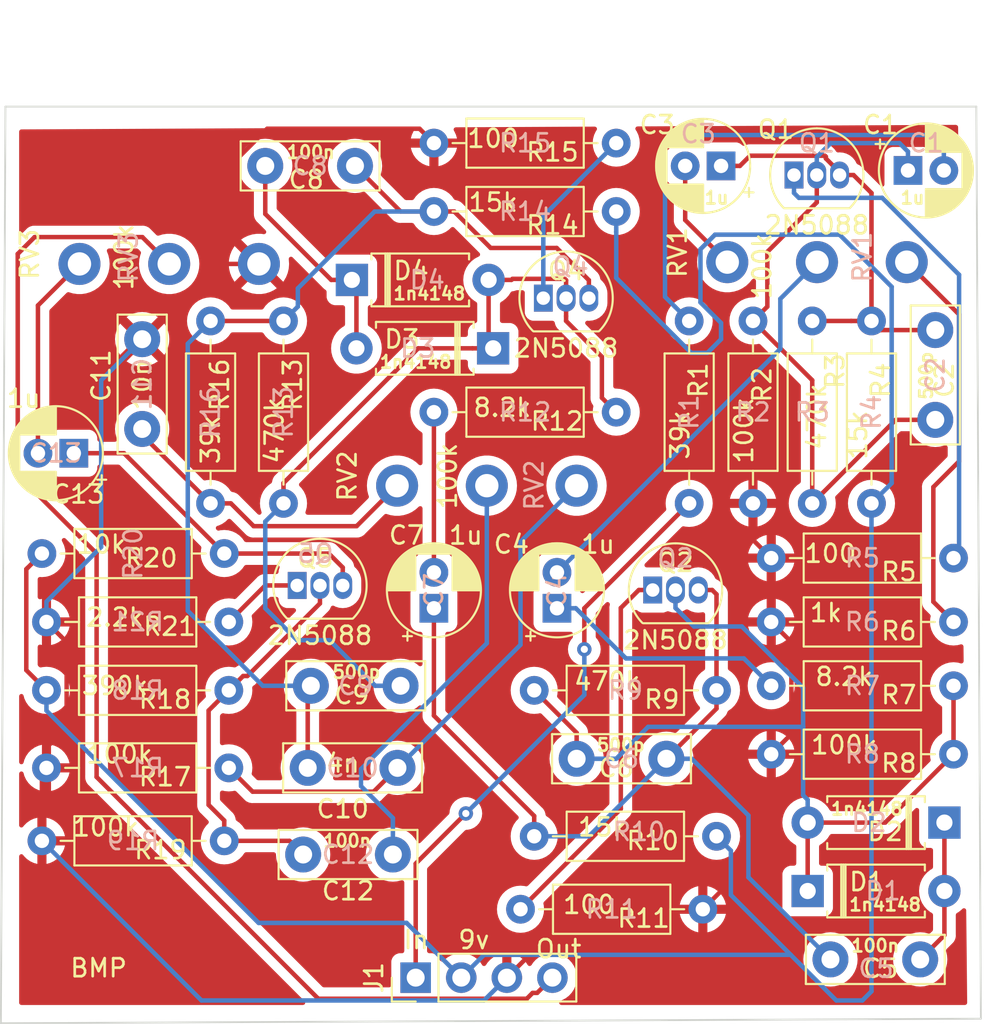
<source format=kicad_pcb>
(kicad_pcb (version 20221018) (generator pcbnew)
  (layers (0 "F.Cu" signal) (31 "B.Cu" signal) (34 "B.Paste" user) (35 "F.Paste" user) (36 "B.SilkS" user "B.Silkscreen") (37 "F.SilkS" user "F.Silkscreen") (38 "B.Mask" user) (39 "F.Mask" user) (44 "Edge.Cuts" user))
  (net 0 "")
  (net 1 "Net-(C1-Pad2)")
  (net 2 "Net-(C1-Pad1)")
  (net 3 "Net-(C2-Pad1)")
  (net 4 "Net-(C3-Pad2)")
  (net 5 "Net-(C4-Pad2)")
  (net 6 "Net-(C4-Pad1)")
  (net 7 "Net-(C5-Pad2)")
  (net 8 "Net-(C5-Pad1)")
  (net 9 "Net-(C6-Pad2)")
  (net 10 "Net-(C7-Pad2)")
  (net 11 "Net-(C8-Pad2)")
  (net 12 "Net-(C10-Pad2)")
  (net 13 "Net-(C9-Pad2)")
  (net 14 "Net-(C10-Pad1)")
  (net 15 "GND")
  (net 16 "Net-(C11-Pad1)")
  (net 17 "Net-(C12-Pad2)")
  (net 18 "Net-(C12-Pad1)")
  (net 19 "Net-(C13-Pad2)")
  (net 20 "Net-(C13-Pad1)")
  (net 21 "OUT")
  (net 22 "+9V")
  (net 23 "IN")
  (net 24 "Net-(Q1-Pad1)")
  (net 25 "Net-(Q2-Pad1)")
  (net 26 "Net-(Q4-Pad1)")
  (net 27 "Net-(Q5-Pad1)")
  (net 28 "Net-(R6-Pad1)")
  (footprint "Capacitor_THT:CP_Radial_D5.0mm_P2.00mm" (layer "F.Cu") (at 150.368 53.594)
    (fp_text reference "C1" (at -1.524 -2.54) (layer "F.SilkS"))
    (fp_text value "1u" (at 0.254 1.524) (layer "F.SilkS") (effects (font (size 0.7 0.7))))
    (fp_text user "${REFERENCE}" (at 1.016 -1.524) (layer "B.SilkS"))
    (pad "1" thru_hole rect (at 0 0) (size 1.6 1.6) (drill 0.8) (layers "*.Cu" "*.Mask") (net 2 "Net-(C1-Pad1)"))
    (pad "2" thru_hole circle (at 2 0) (size 1.6 1.6) (drill 0.8) (layers "*.Cu" "*.Mask") (net 1 "Net-(C1-Pad2)"))
  )
  (footprint "Capacitor_THT:C_Disc_D7.5mm_W2.5mm_P5.00mm" (layer "F.Cu") (at 151.892 62.484 -90)
    (fp_text reference "C2" (at 2.794 -0.508 90) (layer "F.SilkS"))
    (fp_text value "500p" (at 2.54 0.508 90) (layer "F.SilkS") (effects (font (size 0.7 0.7))))
    (fp_text user "${REFERENCE}" (at 2.5 0 -90) (layer "B.SilkS"))
    (pad "1" thru_hole circle (at 0 0 270) (size 2 2) (drill 1) (layers "*.Cu" "*.Mask") (net 3 "Net-(C2-Pad1)"))
    (pad "2" thru_hole circle (at 5 0 270) (size 2 2) (drill 1) (layers "*.Cu" "*.Mask") (net 2 "Net-(C1-Pad1)"))
  )
  (footprint "Capacitor_THT:CP_Radial_D5.0mm_P2.00mm" (layer "F.Cu") (at 139.954 53.34 180)
    (fp_text reference "C3" (at 3.556 2.286) (layer "F.SilkS"))
    (fp_text value "1u" (at 0.254 -1.778) (layer "F.SilkS") (effects (font (size 0.7 0.7))))
    (fp_text user "${REFERENCE}" (at 1.27 1.778) (layer "B.SilkS"))
    (pad "1" thru_hole rect (at 0 0 180) (size 1.6 1.6) (drill 0.8) (layers "*.Cu" "*.Mask") (net 3 "Net-(C2-Pad1)"))
    (pad "2" thru_hole circle (at 2 0 180) (size 1.6 1.6) (drill 0.8) (layers "*.Cu" "*.Mask") (net 4 "Net-(C3-Pad2)"))
  )
  (footprint "Capacitor_THT:CP_Radial_D5.0mm_P2.00mm" (layer "F.Cu") (at 130.81 77.978 90)
    (fp_text reference "C4" (at 3.556 -2.54 180) (layer "F.SilkS"))
    (fp_text value "1u" (at 3.556 2.286 180) (layer "F.SilkS"))
    (fp_text user "${REFERENCE}" (at 1 0 90) (layer "B.SilkS"))
    (pad "1" thru_hole rect (at 0 0 90) (size 1.6 1.6) (drill 0.8) (layers "*.Cu" "*.Mask") (net 6 "Net-(C4-Pad1)"))
    (pad "2" thru_hole circle (at 2 0 90) (size 1.6 1.6) (drill 0.8) (layers "*.Cu" "*.Mask") (net 5 "Net-(C4-Pad2)"))
  )
  (footprint "Capacitor_THT:C_Disc_D7.5mm_W2.5mm_P5.00mm" (layer "F.Cu") (at 146.05 97.536)
    (fp_text reference "C5" (at 2.794 0.508) (layer "F.SilkS"))
    (fp_text value "100n" (at 2.5 -0.762) (layer "F.SilkS") (effects (font (size 0.7 0.7))))
    (fp_text user "${REFERENCE}" (at 2.54 0.508) (layer "B.SilkS"))
    (pad "1" thru_hole circle (at 0 0) (size 2 2) (drill 1) (layers "*.Cu" "*.Mask") (net 8 "Net-(C5-Pad1)"))
    (pad "2" thru_hole circle (at 5 0) (size 2 2) (drill 1) (layers "*.Cu" "*.Mask") (net 7 "Net-(C5-Pad2)"))
  )
  (footprint "Capacitor_THT:C_Disc_D7.5mm_W2.5mm_P5.00mm" (layer "F.Cu") (at 136.906 86.36 180)
    (fp_text reference "C6" (at 2.794 -0.508) (layer "F.SilkS"))
    (fp_text value "500p" (at 2.54 0.762) (layer "F.SilkS") (effects (font (size 0.7 0.7))))
    (fp_text user "${REFERENCE}" (at 2.5 0 180) (layer "B.SilkS"))
    (pad "1" thru_hole circle (at 0 0 180) (size 2 2) (drill 1) (layers "*.Cu" "*.Mask") (net 8 "Net-(C5-Pad1)"))
    (pad "2" thru_hole circle (at 5 0 180) (size 2 2) (drill 1) (layers "*.Cu" "*.Mask") (net 9 "Net-(C6-Pad2)"))
  )
  (footprint "Capacitor_THT:CP_Radial_D5.0mm_P2.00mm" (layer "F.Cu") (at 123.952 77.978 90)
    (fp_text reference "C7" (at 4.064 -1.524 180) (layer "F.SilkS"))
    (fp_text value "1u" (at 4.064 1.778 180) (layer "F.SilkS"))
    (fp_text user "${REFERENCE}" (at 1 0 90) (layer "B.SilkS"))
    (pad "1" thru_hole rect (at 0 0 90) (size 1.6 1.6) (drill 0.8) (layers "*.Cu" "*.Mask") (net 8 "Net-(C5-Pad1)"))
    (pad "2" thru_hole circle (at 2 0 90) (size 1.6 1.6) (drill 0.8) (layers "*.Cu" "*.Mask") (net 10 "Net-(C7-Pad2)"))
  )
  (footprint "Capacitor_THT:C_Disc_D7.5mm_W2.5mm_P5.00mm" (layer "F.Cu") (at 117.094 82.296)
    (fp_text reference "C9" (at 2.286 0.508) (layer "F.SilkS"))
    (fp_text value "500p" (at 2.54 -0.762) (layer "F.SilkS") (effects (font (size 0.7 0.7))))
    (fp_text user "${REFERENCE}" (at 2.5 0) (layer "B.SilkS"))
    (pad "1" thru_hole circle (at 0 0) (size 2 2) (drill 1) (layers "*.Cu" "*.Mask") (net 12 "Net-(C10-Pad2)"))
    (pad "2" thru_hole circle (at 5 0) (size 2 2) (drill 1) (layers "*.Cu" "*.Mask") (net 13 "Net-(C9-Pad2)"))
  )
  (footprint "Capacitor_THT:C_Disc_D7.5mm_W2.5mm_P5.00mm" (layer "F.Cu") (at 121.92 86.868 180)
    (fp_text reference "C10" (at 3.048 -2.286) (layer "F.SilkS"))
    (fp_text value "4n" (at 3.048 0.254) (layer "F.SilkS"))
    (fp_text user "${REFERENCE}" (at 2.5 0 180) (layer "B.SilkS"))
    (pad "1" thru_hole circle (at 0 0 180) (size 2 2) (drill 1) (layers "*.Cu" "*.Mask") (net 14 "Net-(C10-Pad1)"))
    (pad "2" thru_hole circle (at 5 0 180) (size 2 2) (drill 1) (layers "*.Cu" "*.Mask") (net 12 "Net-(C10-Pad2)"))
  )
  (footprint "Capacitor_THT:C_Disc_D7.5mm_W2.5mm_P5.00mm" (layer "F.Cu") (at 121.666 91.694 180)
    (fp_text reference "C12" (at 2.5 -2.032) (layer "F.SilkS"))
    (fp_text value "100n" (at 2.54 0.762) (layer "F.SilkS") (effects (font (size 0.7 0.7))))
    (fp_text user "${REFERENCE}" (at 2.5 0 180) (layer "B.SilkS"))
    (pad "1" thru_hole circle (at 0 0 180) (size 2 2) (drill 1) (layers "*.Cu" "*.Mask") (net 18 "Net-(C12-Pad1)"))
    (pad "2" thru_hole circle (at 5 0 180) (size 2 2) (drill 1) (layers "*.Cu" "*.Mask") (net 17 "Net-(C12-Pad2)"))
  )
  (footprint "Capacitor_THT:CP_Radial_D5.0mm_P2.00mm" (layer "F.Cu") (at 103.886 69.342 180)
    (fp_text reference "C13" (at -0.254 -2.286) (layer "F.SilkS"))
    (fp_text value "1u" (at 2.794 3.048) (layer "F.SilkS"))
    (fp_text user "${REFERENCE}" (at 1 0) (layer "B.SilkS"))
    (pad "1" thru_hole rect (at 0 0 180) (size 1.6 1.6) (drill 0.8) (layers "*.Cu" "*.Mask") (net 20 "Net-(C13-Pad1)"))
    (pad "2" thru_hole circle (at 2 0 180) (size 1.6 1.6) (drill 0.8) (layers "*.Cu" "*.Mask") (net 19 "Net-(C13-Pad2)"))
  )
  (footprint "Diode_THT:D_A-405_P7.62mm_Horizontal" (layer "F.Cu") (at 144.78 93.726)
    (fp_text reference "D1" (at 3.302 -0.508) (layer "F.SilkS"))
    (fp_text value "1n4148" (at 4.318 0.762) (layer "F.SilkS") (effects (font (size 0.7 0.7))))
    (fp_text user "${REFERENCE}" (at 4.2 0) (layer "B.SilkS"))
    (pad "1" thru_hole rect (at 0 0) (size 1.8 1.8) (drill 0.9) (layers "*.Cu" "*.Mask") (net 9 "Net-(C6-Pad2)"))
    (pad "2" thru_hole oval (at 7.62 0) (size 1.8 1.8) (drill 0.9) (layers "*.Cu" "*.Mask") (net 7 "Net-(C5-Pad2)"))
  )
  (footprint "Diode_THT:D_A-405_P7.62mm_Horizontal" (layer "F.Cu") (at 152.4 89.916 180)
    (fp_text reference "D2" (at 3.302 -0.508) (layer "F.SilkS"))
    (fp_text value "1n4148" (at 4.318 0.762) (layer "F.SilkS") (effects (font (size 0.7 0.7))))
    (fp_text user "${REFERENCE}" (at 4.2 0 180) (layer "B.SilkS"))
    (pad "1" thru_hole rect (at 0 0 180) (size 1.8 1.8) (drill 0.9) (layers "*.Cu" "*.Mask") (net 7 "Net-(C5-Pad2)"))
    (pad "2" thru_hole oval (at 7.62 0 180) (size 1.8 1.8) (drill 0.9) (layers "*.Cu" "*.Mask") (net 9 "Net-(C6-Pad2)"))
  )
  (footprint "Diode_THT:D_A-405_P7.62mm_Horizontal" (layer "F.Cu") (at 127.254 63.5 180)
    (fp_text reference "D3" (at 5.08 0.508) (layer "F.SilkS"))
    (fp_text value "1n4148" (at 4.318 -0.762 180) (layer "F.SilkS") (effects (font (size 0.7 0.7))))
    (fp_text user "${REFERENCE}" (at 4.2 0 180) (layer "B.SilkS"))
    (pad "1" thru_hole rect (at 0 0 180) (size 1.8 1.8) (drill 0.9) (layers "*.Cu" "*.Mask") (net 13 "Net-(C9-Pad2)"))
    (pad "2" thru_hole oval (at 7.62 0 180) (size 1.8 1.8) (drill 0.9) (layers "*.Cu" "*.Mask") (net 11 "Net-(C8-Pad2)"))
  )
  (footprint "Diode_THT:D_A-405_P7.62mm_Horizontal" (layer "F.Cu") (at 119.38 59.69)
    (fp_text reference "D4" (at 3.302 -0.508 180) (layer "F.SilkS"))
    (fp_text value "1n4148" (at 4.318 0.762) (layer "F.SilkS") (effects (font (size 0.7 0.7))))
    (fp_text user "${REFERENCE}" (at 4.2 0 180) (layer "B.SilkS"))
    (pad "1" thru_hole rect (at 0 0) (size 1.8 1.8) (drill 0.9) (layers "*.Cu" "*.Mask") (net 11 "Net-(C8-Pad2)"))
    (pad "2" thru_hole oval (at 7.62 0) (size 1.8 1.8) (drill 0.9) (layers "*.Cu" "*.Mask") (net 13 "Net-(C9-Pad2)"))
  )
  (footprint "Connector_PinHeader_2.54mm:PinHeader_1x04_P2.54mm_Vertical" (layer "F.Cu") (at 122.936 98.552 90)
    (fp_text reference "J1" (at 0 -2.33 90) (layer "F.SilkS"))
    (fp_text value "Conn_01x04_Female" hide)
    (pad "1" thru_hole rect (at 0 0 90) (size 1.7 1.7) (drill 1) (layers "*.Cu" "*.Mask") (net 23 "IN"))
    (pad "2" thru_hole oval (at 0 2.54 90) (size 1.7 1.7) (drill 1) (layers "*.Cu" "*.Mask") (net 22 "+9V"))
    (pad "3" thru_hole oval (at 0 5.08 90) (size 1.7 1.7) (drill 1) (layers "*.Cu" "*.Mask") (net 15 "GND"))
    (pad "4" thru_hole oval (at 0 7.62 90) (size 1.7 1.7) (drill 1) (layers "*.Cu" "*.Mask") (net 21 "OUT"))
  )
  (footprint "Package_TO_SOT_THT:TO-92_Inline" (layer "F.Cu") (at 144.018 53.848)
    (fp_text reference "Q1" (at -1.016 -2.54) (layer "F.SilkS"))
    (fp_text value "2N5088" (at 1.27 2.79) (layer "F.SilkS"))
    (fp_text user "${REFERENCE}" (at 1.27 -1.778) (layer "B.SilkS"))
    (pad "1" thru_hole rect (at 0 0) (size 1.05 1.5) (drill 0.75) (layers "*.Cu" "*.Mask") (net 24 "Net-(Q1-Pad1)"))
    (pad "2" thru_hole oval (at 1.27 0) (size 1.05 1.5) (drill 0.75) (layers "*.Cu" "*.Mask") (net 2 "Net-(C1-Pad1)"))
    (pad "3" thru_hole oval (at 2.54 0) (size 1.05 1.5) (drill 0.75) (layers "*.Cu" "*.Mask") (net 3 "Net-(C2-Pad1)"))
  )
  (footprint "Package_TO_SOT_THT:TO-92_Inline" (layer "F.Cu") (at 136.144 76.962)
    (fp_text reference "Q2" (at 1.27 -1.524) (layer "F.SilkS"))
    (fp_text value "2N5088" (at 1.27 2.79) (layer "F.SilkS"))
    (fp_text user "${REFERENCE}" (at 1.27 -1.778 180) (layer "B.SilkS"))
    (pad "1" thru_hole rect (at 0 0) (size 1.05 1.5) (drill 0.75) (layers "*.Cu" "*.Mask") (net 25 "Net-(Q2-Pad1)"))
    (pad "2" thru_hole oval (at 1.27 0) (size 1.05 1.5) (drill 0.75) (layers "*.Cu" "*.Mask") (net 9 "Net-(C6-Pad2)"))
    (pad "3" thru_hole oval (at 2.54 0) (size 1.05 1.5) (drill 0.75) (layers "*.Cu" "*.Mask") (net 8 "Net-(C5-Pad1)"))
  )
  (footprint "Package_TO_SOT_THT:TO-92_Inline" (layer "F.Cu") (at 130.048 60.706)
    (fp_text reference "Q4" (at 1.27 -1.524) (layer "F.SilkS"))
    (fp_text value "2N5088" (at 1.27 2.79) (layer "F.SilkS"))
    (fp_text user "${REFERENCE}" (at 1.524 -1.778) (layer "B.SilkS"))
    (pad "1" thru_hole rect (at 0 0) (size 1.05 1.5) (drill 0.75) (layers "*.Cu" "*.Mask") (net 26 "Net-(Q4-Pad1)"))
    (pad "2" thru_hole oval (at 1.27 0) (size 1.05 1.5) (drill 0.75) (layers "*.Cu" "*.Mask") (net 13 "Net-(C9-Pad2)"))
    (pad "3" thru_hole oval (at 2.54 0) (size 1.05 1.5) (drill 0.75) (layers "*.Cu" "*.Mask") (net 12 "Net-(C10-Pad2)"))
  )
  (footprint "Package_TO_SOT_THT:TO-92_Inline" (layer "F.Cu") (at 116.332 76.708)
    (fp_text reference "Q5" (at 1.016 -1.524) (layer "F.SilkS"))
    (fp_text value "2N5088" (at 1.27 2.79) (layer "F.SilkS"))
    (fp_text user "${REFERENCE}" (at 1.016 -1.778) (layer "B.SilkS") (effects (justify mirror)))
    (pad "1" thru_hole rect (at 0 0) (size 1.05 1.5) (drill 0.75) (layers "*.Cu" "*.Mask") (net 27 "Net-(Q5-Pad1)"))
    (pad "2" thru_hole oval (at 1.27 0) (size 1.05 1.5) (drill 0.75) (layers "*.Cu" "*.Mask") (net 17 "Net-(C12-Pad2)"))
    (pad "3" thru_hole oval (at 2.54 0) (size 1.05 1.5) (drill 0.75) (layers "*.Cu" "*.Mask") (net 20 "Net-(C13-Pad1)"))
  )
  (footprint "Resistor_THT:R_Axial_DIN0207_L6.3mm_D2.5mm_P10.16mm_Horizontal" (layer "F.Cu") (at 138.176 72.136 90)
    (fp_text reference "R1" (at 6.858 0.508 90) (layer "F.SilkS"))
    (fp_text value "39k" (at 3.81 -0.508 90) (layer "F.SilkS"))
    (fp_text user "${REFERENCE}" (at 5.08 0 90) (layer "B.SilkS"))
    (pad "1" thru_hole circle (at 0 0 90) (size 1.6 1.6) (drill 0.8) (layers "*.Cu" "*.Mask") (net 23 "IN"))
    (pad "2" thru_hole oval (at 10.16 0 90) (size 1.6 1.6) (drill 0.8) (layers "*.Cu" "*.Mask") (net 1 "Net-(C1-Pad2)"))
  )
  (footprint "Resistor_THT:R_Axial_DIN0207_L6.3mm_D2.5mm_P10.16mm_Horizontal" (layer "F.Cu") (at 141.732 61.976 -90)
    (fp_text reference "R2" (at 3.556 -0.508 -90) (layer "F.SilkS"))
    (fp_text value "100k" (at 6.096 0.508 90) (layer "F.SilkS"))
    (fp_text user "${REFERENCE}" (at 5.08 0 180) (layer "B.SilkS"))
    (pad "1" thru_hole circle (at 0 0 270) (size 1.6 1.6) (drill 0.8) (layers "*.Cu" "*.Mask") (net 2 "Net-(C1-Pad1)"))
    (pad "2" thru_hole oval (at 10.16 0 270) (size 1.6 1.6) (drill 0.8) (layers "*.Cu" "*.Mask") (net 15 "GND"))
  )
  (footprint "Resistor_THT:R_Axial_DIN0207_L6.3mm_D2.5mm_P10.16mm_Horizontal" (layer "F.Cu") (at 145.034 72.136 90)
    (fp_text reference "R3" (at 7.366 1.27 90) (layer "F.SilkS"))
    (fp_text value "470k" (at 4.826 0.254 270) (layer "F.SilkS"))
    (fp_text user "${REFERENCE}" (at 5.08 0 180) (layer "B.SilkS"))
    (pad "1" thru_hole circle (at 0 0 90) (size 1.6 1.6) (drill 0.8) (layers "*.Cu" "*.Mask") (net 2 "Net-(C1-Pad1)"))
    (pad "2" thru_hole oval (at 10.16 0 90) (size 1.6 1.6) (drill 0.8) (layers "*.Cu" "*.Mask") (net 3 "Net-(C2-Pad1)"))
  )
  (footprint "Resistor_THT:R_Axial_DIN0207_L6.3mm_D2.5mm_P10.16mm_Horizontal" (layer "F.Cu") (at 148.336 72.136 90)
    (fp_text reference "R4" (at 6.858 0.508 90) (layer "F.SilkS"))
    (fp_text value "15k" (at 3.81 -0.762 270) (layer "F.SilkS"))
    (fp_text user "${REFERENCE}" (at 5.08 0 90) (layer "B.SilkS"))
    (pad "1" thru_hole circle (at 0 0 90) (size 1.6 1.6) (drill 0.8) (layers "*.Cu" "*.Mask") (net 22 "+9V"))
    (pad "2" thru_hole oval (at 10.16 0 90) (size 1.6 1.6) (drill 0.8) (layers "*.Cu" "*.Mask") (net 3 "Net-(C2-Pad1)"))
  )
  (footprint "Resistor_THT:R_Axial_DIN0207_L6.3mm_D2.5mm_P10.16mm_Horizontal" (layer "F.Cu") (at 152.908 75.184 180)
    (fp_text reference "R5" (at 3.048 -0.762) (layer "F.SilkS"))
    (fp_text value "100" (at 6.858 0.254) (layer "F.SilkS"))
    (fp_text user "${REFERENCE}" (at 5.08 0 180) (layer "B.SilkS"))
    (pad "1" thru_hole circle (at 0 0 180) (size 1.6 1.6) (drill 0.8) (layers "*.Cu" "*.Mask") (net 24 "Net-(Q1-Pad1)"))
    (pad "2" thru_hole oval (at 10.16 0 180) (size 1.6 1.6) (drill 0.8) (layers "*.Cu" "*.Mask") (net 15 "GND"))
  )
  (footprint "Resistor_THT:R_Axial_DIN0207_L6.3mm_D2.5mm_P10.16mm_Horizontal" (layer "F.Cu") (at 152.908 78.74 180)
    (fp_text reference "R6" (at 3.048 -0.508) (layer "F.SilkS"))
    (fp_text value "1k" (at 7.112 0.508) (layer "F.SilkS"))
    (fp_text user "${REFERENCE}" (at 5.08 0 180) (layer "B.SilkS"))
    (pad "1" thru_hole circle (at 0 0 180) (size 1.6 1.6) (drill 0.8) (layers "*.Cu" "*.Mask") (net 28 "Net-(R6-Pad1)"))
    (pad "2" thru_hole oval (at 10.16 0 180) (size 1.6 1.6) (drill 0.8) (layers "*.Cu" "*.Mask") (net 15 "GND"))
  )
  (footprint "Resistor_THT:R_Axial_DIN0207_L6.3mm_D2.5mm_P10.16mm_Horizontal" (layer "F.Cu") (at 142.748 82.296)
    (fp_text reference "R7" (at 7.112 0.508) (layer "F.SilkS"))
    (fp_text value "8.2k" (at 4.064 -0.508) (layer "F.SilkS"))
    (fp_text user "${REFERENCE}" (at 5.08 0) (layer "B.SilkS"))
    (pad "1" thru_hole circle (at 0 0) (size 1.6 1.6) (drill 0.8) (layers "*.Cu" "*.Mask") (net 6 "Net-(C4-Pad1)"))
    (pad "2" thru_hole oval (at 10.16 0) (size 1.6 1.6) (drill 0.8) (layers "*.Cu" "*.Mask") (net 9 "Net-(C6-Pad2)"))
  )
  (footprint "Resistor_THT:R_Axial_DIN0207_L6.3mm_D2.5mm_P10.16mm_Horizontal" (layer "F.Cu") (at 152.908 86.106 180)
    (fp_text reference "R8" (at 3.048 -0.508) (layer "F.SilkS"))
    (fp_text value "100k" (at 6.096 0.508) (layer "F.SilkS"))
    (fp_text user "${REFERENCE}" (at 5.08 0 180) (layer "B.SilkS"))
    (pad "1" thru_hole circle (at 0 0 180) (size 1.6 1.6) (drill 0.8) (layers "*.Cu" "*.Mask") (net 9 "Net-(C6-Pad2)"))
    (pad "2" thru_hole oval (at 10.16 0 180) (size 1.6 1.6) (drill 0.8) (layers "*.Cu" "*.Mask") (net 15 "GND"))
  )
  (footprint "Resistor_THT:R_Axial_DIN0207_L6.3mm_D2.5mm_P10.16mm_Horizontal" (layer "F.Cu") (at 129.54 82.55)
    (fp_text reference "R9" (at 7.112 0.508) (layer "F.SilkS"))
    (fp_text value "470k" (at 4.064 -0.508) (layer "F.SilkS"))
    (fp_text user "${REFERENCE}" (at 5.08 0) (layer "B.SilkS"))
    (pad "1" thru_hole circle (at 0 0) (size 1.6 1.6) (drill 0.8) (layers "*.Cu" "*.Mask") (net 9 "Net-(C6-Pad2)"))
    (pad "2" thru_hole oval (at 10.16 0) (size 1.6 1.6) (drill 0.8) (layers "*.Cu" "*.Mask") (net 8 "Net-(C5-Pad1)"))
  )
  (footprint "Resistor_THT:R_Axial_DIN0207_L6.3mm_D2.5mm_P10.16mm_Horizontal" (layer "F.Cu") (at 139.7 90.678 180)
    (fp_text reference "R10" (at 3.556 -0.254) (layer "F.SilkS"))
    (fp_text value "15k" (at 6.35 0.508) (layer "F.SilkS"))
    (fp_text user "${REFERENCE}" (at 4.318 0.254 180) (layer "B.SilkS"))
    (pad "1" thru_hole circle (at 0 0 180) (size 1.6 1.6) (drill 0.8) (layers "*.Cu" "*.Mask") (net 22 "+9V"))
    (pad "2" thru_hole oval (at 10.16 0 180) (size 1.6 1.6) (drill 0.8) (layers "*.Cu" "*.Mask") (net 8 "Net-(C5-Pad1)"))
  )
  (footprint "Resistor_THT:R_Axial_DIN0207_L6.3mm_D2.5mm_P10.16mm_Horizontal" (layer "F.Cu") (at 128.778 94.742)
    (fp_text reference "R11" (at 6.858 0.508) (layer "F.SilkS"))
    (fp_text value "100" (at 3.81 -0.254) (layer "F.SilkS"))
    (fp_text user "${REFERENCE}" (at 5.08 0) (layer "B.SilkS"))
    (pad "1" thru_hole circle (at 0 0) (size 1.6 1.6) (drill 0.8) (layers "*.Cu" "*.Mask") (net 25 "Net-(Q2-Pad1)"))
    (pad "2" thru_hole oval (at 10.16 0) (size 1.6 1.6) (drill 0.8) (layers "*.Cu" "*.Mask") (net 15 "GND"))
  )
  (footprint "Resistor_THT:R_Axial_DIN0207_L6.3mm_D2.5mm_P10.16mm_Horizontal" (layer "F.Cu") (at 115.57 72.136 90)
    (fp_text reference "R13" (at 6.604 0.508 90) (layer "F.SilkS"))
    (fp_text value "470k" (at 4.064 -0.508 90) (layer "F.SilkS"))
    (fp_text user "${REFERENCE}" (at 5.08 0 90) (layer "B.SilkS"))
    (pad "1" thru_hole circle (at 0 0 90) (size 1.6 1.6) (drill 0.8) (layers "*.Cu" "*.Mask") (net 13 "Net-(C9-Pad2)"))
    (pad "2" thru_hole oval (at 10.16 0 90) (size 1.6 1.6) (drill 0.8) (layers "*.Cu" "*.Mask") (net 12 "Net-(C10-Pad2)"))
  )
  (footprint "Resistor_THT:R_Axial_DIN0207_L6.3mm_D2.5mm_P10.16mm_Horizontal" (layer "F.Cu") (at 134.112 55.88 180)
    (fp_text reference "R14" (at 3.556 -0.762 180) (layer "F.SilkS"))
    (fp_text value "15k" (at 6.858 0.508 180) (layer "F.SilkS"))
    (fp_text user "${REFERENCE}" (at 5.08 0) (layer "B.SilkS"))
    (pad "1" thru_hole circle (at 0 0 180) (size 1.6 1.6) (drill 0.8) (layers "*.Cu" "*.Mask") (net 22 "+9V"))
    (pad "2" thru_hole oval (at 10.16 0 180) (size 1.6 1.6) (drill 0.8) (layers "*.Cu" "*.Mask") (net 12 "Net-(C10-Pad2)"))
  )
  (footprint "Resistor_THT:R_Axial_DIN0207_L6.3mm_D2.5mm_P10.16mm_Horizontal" (layer "F.Cu") (at 134.112 52.07 180)
    (fp_text reference "R15" (at 3.556 -0.508) (layer "F.SilkS"))
    (fp_text value "100" (at 6.858 0.254) (layer "F.SilkS"))
    (fp_text user "${REFERENCE}" (at 5.08 0 180) (layer "B.SilkS"))
    (pad "1" thru_hole circle (at 0 0 180) (size 1.6 1.6) (drill 0.8) (layers "*.Cu" "*.Mask") (net 26 "Net-(Q4-Pad1)"))
    (pad "2" thru_hole oval (at 10.16 0 180) (size 1.6 1.6) (drill 0.8) (layers "*.Cu" "*.Mask") (net 15 "GND"))
  )
  (footprint "Resistor_THT:R_Axial_DIN0207_L6.3mm_D2.5mm_P10.16mm_Horizontal" (layer "F.Cu") (at 111.506 61.976 -90)
    (fp_text reference "R16" (at 3.556 -0.508 90) (layer "F.SilkS"))
    (fp_text value "39k" (at 6.604 0 90) (layer "F.SilkS"))
    (fp_text user "${REFERENCE}" (at 5.08 0 -90) (layer "B.SilkS"))
    (pad "1" thru_hole circle (at 0 0 270) (size 1.6 1.6) (drill 0.8) (layers "*.Cu" "*.Mask") (net 12 "Net-(C10-Pad2)"))
    (pad "2" thru_hole oval (at 10.16 0 270) (size 1.6 1.6) (drill 0.8) (layers "*.Cu" "*.Mask") (net 16 "Net-(C11-Pad1)"))
  )
  (footprint "Resistor_THT:R_Axial_DIN0207_L6.3mm_D2.5mm_P10.16mm_Horizontal" (layer "F.Cu") (at 112.522 86.868 180)
    (fp_text reference "R17" (at 3.556 -0.508) (layer "F.SilkS"))
    (fp_text value "100k" (at 6.096 0.762) (layer "F.SilkS"))
    (fp_text user "${REFERENCE}" (at 5.08 0 180) (layer "B.SilkS") (effects (justify mirror)))
    (pad "1" thru_hole circle (at 0 0 180) (size 1.6 1.6) (drill 0.8) (layers "*.Cu" "*.Mask") (net 14 "Net-(C10-Pad1)"))
    (pad "2" thru_hole oval (at 10.16 0 180) (size 1.6 1.6) (drill 0.8) (layers "*.Cu" "*.Mask") (net 15 "GND"))
  )
  (footprint "Resistor_THT:R_Axial_DIN0207_L6.3mm_D2.5mm_P10.16mm_Horizontal" (layer "F.Cu") (at 102.362 82.55)
    (fp_text reference "R18" (at 6.604 0.508) (layer "F.SilkS"))
    (fp_text value "390k" (at 3.81 -0.254) (layer "F.SilkS"))
    (fp_text user "${REFERENCE}" (at 5.08 0) (layer "B.SilkS") (effects (justify mirror)))
    (pad "1" thru_hole circle (at 0 0) (size 1.6 1.6) (drill 0.8) (layers "*.Cu" "*.Mask") (net 22 "+9V"))
    (pad "2" thru_hole oval (at 10.16 0) (size 1.6 1.6) (drill 0.8) (layers "*.Cu" "*.Mask") (net 17 "Net-(C12-Pad2)"))
  )
  (footprint "Resistor_THT:R_Axial_DIN0207_L6.3mm_D2.5mm_P10.16mm_Horizontal" (layer "F.Cu") (at 112.268 90.932 180)
    (fp_text reference "R19" (at 3.556 -0.508) (layer "F.SilkS"))
    (fp_text value "100k" (at 6.604 0.762) (layer "F.SilkS"))
    (fp_text user "${REFERENCE}" (at 5.08 0 180) (layer "B.SilkS") (effects (justify mirror)))
    (pad "1" thru_hole circle (at 0 0 180) (size 1.6 1.6) (drill 0.8) (layers "*.Cu" "*.Mask") (net 17 "Net-(C12-Pad2)"))
    (pad "2" thru_hole oval (at 10.16 0 180) (size 1.6 1.6) (drill 0.8) (layers "*.Cu" "*.Mask") (net 15 "GND"))
  )
  (footprint "Resistor_THT:R_Axial_DIN0207_L6.3mm_D2.5mm_P10.16mm_Horizontal" (layer "F.Cu") (at 102.108 74.93)
    (fp_text reference "R20" (at 6.096 0.254) (layer "F.SilkS"))
    (fp_text value "10k" (at 3.302 -0.508) (layer "F.SilkS"))
    (fp_text user "${REFERENCE}" (at 5.08 0 90) (layer "B.SilkS"))
    (pad "1" thru_hole circle (at 0 0) (size 1.6 1.6) (drill 0.8) (layers "*.Cu" "*.Mask") (net 22 "+9V"))
    (pad "2" thru_hole oval (at 10.16 0) (size 1.6 1.6) (drill 0.8) (layers "*.Cu" "*.Mask") (net 20 "Net-(C13-Pad1)"))
  )
  (footprint "Resistor_THT:R_Axial_DIN0207_L6.3mm_D2.5mm_P10.16mm_Horizontal" (layer "F.Cu") (at 112.522 78.74 180)
    (fp_text reference "R21" (at 3.302 -0.254) (layer "F.SilkS"))
    (fp_text value "2.2k" (at 6.35 0.254) (layer "F.SilkS"))
    (fp_text user "${REFERENCE}" (at 5.08 0 180) (layer "B.SilkS") (effects (justify mirror)))
    (pad "1" thru_hole circle (at 0 0 180) (size 1.6 1.6) (drill 0.8) (layers "*.Cu" "*.Mask") (net 27 "Net-(Q5-Pad1)"))
    (pad "2" thru_hole oval (at 10.16 0 180) (size 1.6 1.6) (drill 0.8) (layers "*.Cu" "*.Mask") (net 15 "GND"))
  )
  (footprint "Library:Pot_Underside" (layer "F.Cu") (at 150.3 58.7 90)
    (fp_text reference "RV1" (at 0.538 -12.774 90) (layer "F.SilkS"))
    (fp_text value "100k" (at -0.228 -8.06 270) (layer "F.SilkS"))
    (fp_text user "${REFERENCE}" (at 0.28 -2.472 270) (layer "B.SilkS"))
    (pad "1" thru_hole circle (at 0 0 90) (size 2.34 2.34) (drill 1.3) (layers "*.Cu" "*.Mask") (net 28 "Net-(R6-Pad1)"))
    (pad "2" thru_hole circle (at 0 -5 90) (size 2.34 2.34) (drill 1.3) (layers "*.Cu" "*.Mask") (net 5 "Net-(C4-Pad2)"))
    (pad "3" thru_hole circle (at 0 -10 90) (size 2.34 2.34) (drill 1.3) (layers "*.Cu" "*.Mask") (net 4 "Net-(C3-Pad2)"))
  )
  (footprint "Library:Pot_Underside" (layer "F.Cu") (at 131.9 71.15 90)
    (fp_text reference "RV2" (at 0.538 -12.774 90) (layer "F.SilkS"))
    (fp_text value "100k" (at 0.538 -7.186 270) (layer "F.SilkS"))
    (fp_text user "${REFERENCE}" (at 0.03 -2.36 270) (layer "B.SilkS"))
    (pad "1" thru_hole circle (at 0 0 90) (size 2.34 2.34) (drill 1.3) (layers "*.Cu" "*.Mask") (net 14 "Net-(C10-Pad1)"))
    (pad "2" thru_hole circle (at 0 -5 90) (size 2.34 2.34) (drill 1.3) (layers "*.Cu" "*.Mask") (net 18 "Net-(C12-Pad1)"))
    (pad "3" thru_hole circle (at 0 -10 90) (size 2.34 2.34) (drill 1.3) (layers "*.Cu" "*.Mask") (net 16 "Net-(C11-Pad1)"))
  )
  (footprint "Library:Pot_Underside" (layer "F.Cu") (at 114.2 58.8 90)
    (fp_text reference "RV3" (at 0.538 -12.774 90) (layer "F.SilkS"))
    (fp_text value "100k" (at 0.38 -7.52 90) (layer "F.SilkS"))
    (fp_text user "${REFERENCE}" (at 0.38 -7.266 270) (layer "B.SilkS"))
    (pad "1" thru_hole circle (at 0 0 90) (size 2.34 2.34) (drill 1.3) (layers "*.Cu" "*.Mask") (net 15 "GND"))
    (pad "2" thru_hole circle (at 0 -5 90) (size 2.34 2.34) (drill 1.3) (layers "*.Cu" "*.Mask") (net 21 "OUT"))
    (pad "3" thru_hole circle (at 0 -10 90) (size 2.34 2.34) (drill 1.3) (layers "*.Cu" "*.Mask") (net 19 "Net-(C13-Pad2)"))
  )
  (footprint "Resistor_THT:R_Axial_DIN0207_L6.3mm_D2.5mm_P10.16mm_Horizontal" (layer "F.Cu") (at 123.952 67.056)
    (fp_text reference "R12" (at 6.858 0.508) (layer "F.SilkS"))
    (fp_text value "8.2k" (at 3.81 -0.254) (layer "F.SilkS"))
    (fp_text user "${REFERENCE}" (at 5.08 0 180) (layer "B.SilkS"))
    (pad "1" thru_hole circle (at 0 0) (size 1.6 1.6) (drill 0.8) (layers "*.Cu" "*.Mask") (net 10 "Net-(C7-Pad2)"))
    (pad "2" thru_hole oval (at 10.16 0) (size 1.6 1.6) (drill 0.8) (layers "*.Cu" "*.Mask") (net 13 "Net-(C9-Pad2)"))
  )
  (footprint "Capacitor_THT:C_Disc_D7.5mm_W2.5mm_P5.00mm" (layer "F.Cu") (at 119.554 53.34 180)
    (fp_text reference "C8" (at 2.714 -0.762) (layer "F.SilkS"))
    (fp_text value "100n" (at 2.46 0.762) (layer "F.SilkS") (effects (font (size 0.7 0.7))))
    (fp_text user "${REFERENCE}" (at 2.5 0 180) (layer "B.SilkS"))
    (pad "1" thru_hole circle (at 0 0 180) (size 2 2) (drill 1) (layers "*.Cu" "*.Mask") (net 12 "Net-(C10-Pad2)"))
    (pad "2" thru_hole circle (at 5 0 180) (size 2 2) (drill 1) (layers "*.Cu" "*.Mask") (net 11 "Net-(C8-Pad2)"))
  )
  (footprint "Capacitor_THT:C_Disc_D7.5mm_W2.5mm_P5.00mm" (layer "F.Cu") (at 107.696 67.992 90)
    (fp_text reference "C11" (at 2.968 -2.286 90) (layer "F.SilkS"))
    (fp_text value "10n" (at 2.46 0 90) (layer "F.SilkS"))
    (fp_text user "${REFERENCE}" (at 2.5 0 90) (layer "B.SilkS") (effects (justify mirror)))
    (pad "1" thru_hole circle (at 0 0 90) (size 2 2) (drill 1) (layers "*.Cu" "*.Mask") (net 16 "Net-(C11-Pad1)"))
    (pad "2" thru_hole circle (at 5 0 90) (size 2 2) (drill 1) (layers "*.Cu" "*.Mask") (net 15 "GND"))
  )
  (gr_line (start 99.822 101.092) (end 100.076 50.038) (stroke (width 0.1)) (layer "Edge.Cuts"))
  (gr_line (start 154.178 50.038) (end 154.432 100.838) (stroke (width 0.1)) (layer "Edge.Cuts"))
  (gr_line (start 100.076 50.038) (end 154.178 50.038) (stroke (width 0.1)) (layer "Edge.Cuts"))
  (gr_line (start 154.432 100.838) (end 99.822 101.092) (stroke (width 0.1)) (layer "Edge.Cuts"))
  (gr_text "BMP" (at 103.6 98.6) (layer "F.SilkS") (effects (font (size 1 1)) (justify left bottom)))
  (gr_text "9v" (at 125.222 97.028) (layer "F.SilkS") (effects (font (size 1 1)) (justify left bottom)))
  (gr_text "Out" (at 129.54 97.536) (layer "F.SilkS") (effects (font (size 1 1)) (justify left bottom)))
  (gr_text "In" (at 122.174 97.028) (layer "F.SilkS") (effects (font (size 1 1)) (justify left bottom)))
  (segment (start 151.52536 51.61999) (end 137.35601 51.61999) (width 0.25) (layer "B.Cu") (net 1))
  (segment (start 152.368 52.46263) (end 151.52536 51.61999) (width 0.25) (layer "B.Cu") (net 1))
  (segment (start 137.376001 61.176001) (end 138.176 61.976) (width 0.25) (layer "B.Cu") (net 1))
  (segment (start 136.828999 52.147001) (end 136.828999 60.628999) (width 0.25) (layer "B.Cu") (net 1))
  (segment (start 136.828999 60.628999) (end 137.376001 61.176001) (width 0.25) (layer "B.Cu") (net 1))
  (segment (start 152.368 53.594) (end 152.368 52.46263) (width 0.25) (layer "B.Cu") (net 1))
  (segment (start 137.35601 51.61999) (end 136.828999 52.147001) (width 0.25) (layer "B.Cu") (net 1))
  (segment (start 142.531999 58.128001) (end 145.288 55.372) (width 0.25) (layer "F.Cu") (net 2))
  (segment (start 145.034 65.278) (end 141.732 61.976) (width 0.25) (layer "F.Cu") (net 2))
  (segment (start 145.034 72.136) (end 145.034 65.278) (width 0.25) (layer "F.Cu") (net 2))
  (segment (start 150.477787 67.484) (end 151.892 67.484) (width 0.25) (layer "F.Cu") (net 2))
  (segment (start 141.732 61.976) (end 142.531999 61.176001) (width 0.25) (layer "F.Cu") (net 2))
  (segment (start 145.034 72.136) (end 149.686 67.484) (width 0.25) (layer "F.Cu") (net 2))
  (segment (start 142.531999 61.176001) (end 142.531999 58.128001) (width 0.25) (layer "F.Cu") (net 2))
  (segment (start 149.686 67.484) (end 150.477787 67.484) (width 0.25) (layer "F.Cu") (net 2))
  (segment (start 145.288 55.372) (end 145.288 53.848) (width 0.25) (layer "F.Cu") (net 2))
  (segment (start 150.368 52.544) (end 150.368 53.594) (width 0.25) (layer "B.Cu") (net 2))
  (segment (start 149.894 52.07) (end 150.368 52.544) (width 0.25) (layer "B.Cu") (net 2))
  (segment (start 145.288 53.848) (end 145.288 52.848) (width 0.25) (layer "B.Cu") (net 2))
  (segment (start 145.288 52.848) (end 146.066 52.07) (width 0.25) (layer "B.Cu") (net 2))
  (segment (start 146.066 52.07) (end 149.894 52.07) (width 0.25) (layer "B.Cu") (net 2))
  (segment (start 148.336 61.976) (end 147.20463 61.976) (width 0.25) (layer "F.Cu") (net 3))
  (segment (start 141.004 53.34) (end 141.57101 52.77299) (width 0.25) (layer "F.Cu") (net 3))
  (segment (start 145.73699 52.77299) (end 145.796 52.832) (width 0.25) (layer "F.Cu") (net 3))
  (segment (start 141.57101 52.77299) (end 145.73699 52.77299) (width 0.25) (layer "F.Cu") (net 3))
  (segment (start 145.796 52.832) (end 145.796 52.928905) (width 0.25) (layer "F.Cu") (net 3))
  (segment (start 147.20463 61.976) (end 145.034 61.976) (width 0.25) (layer "F.Cu") (net 3))
  (segment (start 139.954 53.34) (end 141.004 53.34) (width 0.25) (layer "F.Cu") (net 3))
  (segment (start 151.892 62.484) (end 148.844 62.484) (width 0.25) (layer "F.Cu") (net 3))
  (segment (start 148.336 54.851) (end 147.333 53.848) (width 0.25) (layer "F.Cu") (net 3))
  (segment (start 148.844 62.484) (end 148.336 61.976) (width 0.25) (layer "F.Cu") (net 3))
  (segment (start 146.558 53.690905) (end 146.558 53.848) (width 0.25) (layer "F.Cu") (net 3))
  (segment (start 147.333 53.848) (end 146.558 53.848) (width 0.25) (layer "F.Cu") (net 3))
  (segment (start 145.796 52.928905) (end 146.558 53.690905) (width 0.25) (layer "F.Cu") (net 3))
  (segment (start 148.336 61.976) (end 148.336 54.851) (width 0.25) (layer "F.Cu") (net 3))
  (segment (start 140.3 58.7) (end 137.954 56.354) (width 0.25) (layer "F.Cu") (net 4))
  (segment (start 137.954 56.354) (end 137.954 53.34) (width 0.25) (layer "F.Cu") (net 4))
  (segment (start 143.256 63.532) (end 143.256 60.744) (width 0.25) (layer "B.Cu") (net 5))
  (segment (start 143.256 60.744) (end 145.3 58.7) (width 0.25) (layer "B.Cu") (net 5))
  (segment (start 130.81 75.978) (end 143.256 63.532) (width 0.25) (layer "B.Cu") (net 5))
  (segment (start 141.224 80.772) (end 142.748 82.296) (width 0.25) (layer "B.Cu") (net 6))
  (segment (start 131.86 77.978) (end 134.654 80.772) (width 0.25) (layer "B.Cu") (net 6))
  (segment (start 134.654 80.772) (end 141.224 80.772) (width 0.25) (layer "B.Cu") (net 6))
  (segment (start 130.81 77.978) (end 131.86 77.978) (width 0.25) (layer "B.Cu") (net 6))
  (segment (start 152.4 93.726) (end 152.4 89.916) (width 0.25) (layer "F.Cu") (net 7))
  (segment (start 152.4 96.186) (end 152.4 93.726) (width 0.25) (layer "F.Cu") (net 7))
  (segment (start 151.05 97.536) (end 152.4 96.186) (width 0.25) (layer "F.Cu") (net 7))
  (segment (start 129.54 90.678) (end 129.54 89.54663) (width 0.25) (layer "F.Cu") (net 8))
  (segment (start 136.906 86.36) (end 139.7 83.566) (width 0.25) (layer "F.Cu") (net 8))
  (segment (start 139.7 82.55) (end 139.7 77.203) (width 0.25) (layer "F.Cu") (net 8))
  (segment (start 123.952 83.95863) (end 123.952 77.978) (width 0.25) (layer "F.Cu") (net 8))
  (segment (start 139.7 83.566) (end 139.7 82.55) (width 0.25) (layer "F.Cu") (net 8))
  (segment (start 139.459 76.962) (end 138.684 76.962) (width 0.25) (layer "F.Cu") (net 8))
  (segment (start 129.54 89.54663) (end 123.952 83.95863) (width 0.25) (layer "F.Cu") (net 8))
  (segment (start 139.7 77.203) (end 139.459 76.962) (width 0.25) (layer "F.Cu") (net 8))
  (segment (start 138.320213 86.36) (end 136.906 86.36) (width 0.25) (layer "B.Cu") (net 8))
  (segment (start 146.05 97.536) (end 141.478 92.964) (width 0.25) (layer "B.Cu") (net 8))
  (segment (start 136.906 86.36) (end 132.588 90.678) (width 0.25) (layer "B.Cu") (net 8))
  (segment (start 141.478 92.964) (end 141.478 89.517787) (width 0.25) (layer "B.Cu") (net 8))
  (segment (start 132.588 90.678) (end 129.54 90.678) (width 0.25) (layer "B.Cu") (net 8))
  (segment (start 141.478 89.517787) (end 138.320213 86.36) (width 0.25) (layer "B.Cu") (net 8))
  (segment (start 144.78 89.916) (end 149.098 89.916) (width 0.25) (layer "F.Cu") (net 9))
  (segment (start 144.78 93.726) (end 144.78 89.916) (width 0.25) (layer "F.Cu") (net 9))
  (segment (start 149.098 89.916) (end 152.908 86.106) (width 0.25) (layer "F.Cu") (net 9))
  (segment (start 152.908 86.106) (end 152.908 82.296) (width 0.25) (layer "F.Cu") (net 9))
  (segment (start 131.906 84.916) (end 129.54 82.55) (width 0.25) (layer "F.Cu") (net 9))
  (segment (start 131.906 86.36) (end 131.906 84.916) (width 0.25) (layer "F.Cu") (net 9))
  (segment (start 138.446 78.994) (end 137.414 77.962) (width 0.25) (layer "B.Cu") (net 9))
  (segment (start 135.89 84.582) (end 144.526 84.582) (width 0.25) (layer "B.Cu") (net 9))
  (segment (start 141.111002 78.994) (end 138.446 78.994) (width 0.25) (layer "B.Cu") (net 9))
  (segment (start 134.112 86.36) (end 135.89 84.582) (width 0.25) (layer "B.Cu") (net 9))
  (segment (start 131.906 86.36) (end 134.112 86.36) (width 0.25) (layer "B.Cu") (net 9))
  (segment (start 144.78 88.643208) (end 144.526 88.389208) (width 0.25) (layer "B.Cu") (net 9))
  (segment (start 144.526 82.408998) (end 141.111002 78.994) (width 0.25) (layer "B.Cu") (net 9))
  (segment (start 144.78 89.916) (end 144.78 88.643208) (width 0.25) (layer "B.Cu") (net 9))
  (segment (start 144.526 84.582) (end 144.526 82.408998) (width 0.25) (layer "B.Cu") (net 9))
  (segment (start 144.526 88.389208) (end 144.526 84.582) (width 0.25) (layer "B.Cu") (net 9))
  (segment (start 137.414 77.962) (end 137.414 76.962) (width 0.25) (layer "B.Cu") (net 9))
  (segment (start 123.952 75.978) (end 123.952 74.84663) (width 0.25) (layer "F.Cu") (net 10))
  (segment (start 123.952 74.84663) (end 123.952 67.056) (width 0.25) (layer "F.Cu") (net 10))
  (segment (start 123.952 75.978) (end 123.952 75.946) (width 0.25) (layer "B.Cu") (net 10))
  (segment (start 114.554 56.014) (end 114.554 54.754213) (width 0.25) (layer "F.Cu") (net 11))
  (segment (start 119.38 59.69) (end 118.23 59.69) (width 0.25) (layer "F.Cu") (net 11))
  (segment (start 119.634 63.5) (end 119.634 59.944) (width 0.25) (layer "F.Cu") (net 11))
  (segment (start 119.634 59.944) (end 119.38 59.69) (width 0.25) (layer "F.Cu") (net 11))
  (segment (start 114.554 54.754213) (end 114.554 53.34) (width 0.25) (layer "F.Cu") (net 11))
  (segment (start 118.23 59.69) (end 114.554 56.014) (width 0.25) (layer "F.Cu") (net 11))
  (segment (start 130.794 57.912) (end 132.588 59.706) (width 0.25) (layer "F.Cu") (net 12))
  (segment (start 127.11537 57.912) (end 130.794 57.912) (width 0.25) (layer "F.Cu") (net 12))
  (segment (start 123.952 55.88) (end 122.094 55.88) (width 0.25) (layer "F.Cu") (net 12))
  (segment (start 117.094 82.296) (end 116.84 82.296) (width 0.25) (layer "F.Cu") (net 12))
  (segment (start 123.952 55.88) (end 125.08337 55.88) (width 0.25) (layer "F.Cu") (net 12))
  (segment (start 116.92 86.868) (end 116.92 82.47) (width 0.25) (layer "F.Cu") (net 12))
  (segment (start 111.506 61.976) (end 115.57 61.976) (width 0.25) (layer "F.Cu") (net 12))
  (segment (start 116.92 82.47) (end 117.094 82.296) (width 0.25) (layer "F.Cu") (net 12))
  (segment (start 132.588 59.706) (end 132.588 60.706) (width 0.25) (layer "F.Cu") (net 12))
  (segment (start 125.08337 55.88) (end 127.11537 57.912) (width 0.25) (layer "F.Cu") (net 12))
  (segment (start 122.094 55.88) (end 119.554 53.34) (width 0.25) (layer "F.Cu") (net 12))
  (segment (start 120.65 55.88) (end 123.952 55.88) (width 0.25) (layer "B.Cu") (net 12))
  (segment (start 115.57 61.976) (end 116.369999 61.176001) (width 0.25) (layer "B.Cu") (net 12))
  (segment (start 110.236 63.246) (end 111.506 61.976) (width 0.25) (layer "B.Cu") (net 12))
  (segment (start 116.369999 61.176001) (end 116.369999 60.160001) (width 0.25) (layer "B.Cu") (net 12))
  (segment (start 110.236 78.119002) (end 110.236 63.246) (width 0.25) (layer "B.Cu") (net 12))
  (segment (start 116.369999 60.160001) (end 120.65 55.88) (width 0.25) (layer "B.Cu") (net 12))
  (segment (start 117.094 82.296) (end 114.412998 82.296) (width 0.25) (layer "B.Cu") (net 12))
  (segment (start 114.412998 82.296) (end 110.236 78.119002) (width 0.25) (layer "B.Cu") (net 12))
  (segment (start 123.07463 63.5) (end 126.104 63.5) (width 0.25) (layer "F.Cu") (net 13))
  (segment (start 115.57 71.00463) (end 123.07463 63.5) (width 0.25) (layer "F.Cu") (net 13))
  (segment (start 126.104 63.5) (end 127.254 63.5) (width 0.25) (layer "F.Cu") (net 13))
  (segment (start 133.312001 63.970001) (end 131.318 61.976) (width 0.25) (layer "F.Cu") (net 13))
  (segment (start 131.242999 59.630999) (end 131.318 59.706) (width 0.25) (layer "F.Cu") (net 13))
  (segment (start 133.312001 66.256001) (end 133.312001 63.970001) (width 0.25) (layer "F.Cu") (net 13))
  (segment (start 131.318 61.976) (end 131.318 61.706) (width 0.25) (layer "F.Cu") (net 13))
  (segment (start 127 59.69) (end 127 63.246) (width 0.25) (layer "F.Cu") (net 13))
  (segment (start 131.318 61.706) (end 131.318 60.706) (width 0.25) (layer "F.Cu") (net 13))
  (segment (start 128.331793 59.630999) (end 131.242999 59.630999) (width 0.25) (layer "F.Cu") (net 13))
  (segment (start 115.57 72.136) (end 115.57 71.00463) (width 0.25) (layer "F.Cu") (net 13))
  (segment (start 127 59.69) (end 128.272792 59.69) (width 0.25) (layer "F.Cu") (net 13))
  (segment (start 128.272792 59.69) (end 128.331793 59.630999) (width 0.25) (layer "F.Cu") (net 13))
  (segment (start 134.112 67.056) (end 133.312001 66.256001) (width 0.25) (layer "F.Cu") (net 13))
  (segment (start 127 63.246) (end 127.254 63.5) (width 0.25) (layer "F.Cu") (net 13))
  (segment (start 131.318 59.706) (end 131.318 60.706) (width 0.25) (layer "F.Cu") (net 13))
  (segment (start 118.139787 79.756) (end 116.332 79.756) (width 0.25) (layer "B.Cu") (net 13))
  (segment (start 122.094 82.296) (end 120.679787 82.296) (width 0.25) (layer "B.Cu") (net 13))
  (segment (start 114.554 77.978) (end 114.554 73.152) (width 0.25) (layer "B.Cu") (net 13))
  (segment (start 114.554 73.152) (end 115.57 72.136) (width 0.25) (layer "B.Cu") (net 13))
  (segment (start 116.332 79.756) (end 114.554 77.978) (width 0.25) (layer "B.Cu") (net 13))
  (segment (start 120.679787 82.296) (end 118.139787 79.756) (width 0.25) (layer "B.Cu") (net 13))
  (segment (start 112.522 86.868) (end 113.847001 88.193001) (width 0.25) (layer "F.Cu") (net 14))
  (segment (start 113.847001 88.193001) (end 120.594999 88.193001) (width 0.25) (layer "F.Cu") (net 14))
  (segment (start 120.594999 88.193001) (end 121.92 86.868) (width 0.25) (layer "F.Cu") (net 14))
  (segment (start 121.92 86.868) (end 128.778 80.01) (width 0.25) (layer "B.Cu") (net 14))
  (segment (start 128.778 74.272) (end 131.9 71.15) (width 0.25) (layer "B.Cu") (net 14))
  (segment (start 128.778 80.01) (end 128.778 74.272) (width 0.25) (layer "B.Cu") (net 14))
  (segment (start 142.748 75.184) (end 141.732 74.168) (width 0.25) (layer "F.Cu") (net 15))
  (segment (start 143.873001 84.980999) (end 143.873001 79.865001) (width 0.25) (layer "F.Cu") (net 15))
  (segment (start 131.826 94.742) (end 138.938 94.742) (width 0.25) (layer "F.Cu") (net 15))
  (segment (start 142.748 90.932) (end 142.748 86.106) (width 0.25) (layer "F.Cu") (net 15))
  (segment (start 113.030001 57.630001) (end 113.030001 52.902997) (width 0.25) (layer "F.Cu") (net 15))
  (segment (start 102.108 87.122) (end 102.362 86.868) (width 0.25) (layer "F.Cu") (net 15))
  (segment (start 103.487001 79.865001) (end 103.161999 79.539999) (width 0.25) (layer "F.Cu") (net 15))
  (segment (start 102.108 90.932) (end 102.108 87.122) (width 0.25) (layer "F.Cu") (net 15))
  (segment (start 123.152001 51.270001) (end 123.952 52.07) (width 0.25) (layer "F.Cu") (net 15))
  (segment (start 114.662997 51.270001) (end 123.152001 51.270001) (width 0.25) (layer "F.Cu") (net 15))
  (segment (start 138.938 94.742) (end 142.748 90.932) (width 0.25) (layer "F.Cu") (net 15))
  (segment (start 103.161999 79.539999) (end 102.362 78.74) (width 0.25) (layer "F.Cu") (net 15))
  (segment (start 141.732 74.168) (end 141.732 72.136) (width 0.25) (layer "F.Cu") (net 15))
  (segment (start 111.888 58.8) (end 114.2 58.8) (width 0.25) (layer "F.Cu") (net 15))
  (segment (start 113.030001 52.902997) (end 114.662997 51.270001) (width 0.25) (layer "F.Cu") (net 15))
  (segment (start 128.016 98.552) (end 131.826 94.742) (width 0.25) (layer "F.Cu") (net 15))
  (segment (start 102.362 85.73663) (end 103.487001 84.611629) (width 0.25) (layer "F.Cu") (net 15))
  (segment (start 103.487001 84.611629) (end 103.487001 79.865001) (width 0.25) (layer "F.Cu") (net 15))
  (segment (start 142.748 78.74) (end 142.748 75.184) (width 0.25) (layer "F.Cu") (net 15))
  (segment (start 114.2 58.8) (end 113.030001 57.630001) (width 0.25) (layer "F.Cu") (net 15))
  (segment (start 143.873001 79.865001) (end 142.748 78.74) (width 0.25) (layer "F.Cu") (net 15))
  (segment (start 102.362 86.868) (end 102.362 85.73663) (width 0.25) (layer "F.Cu") (net 15))
  (segment (start 142.748 86.106) (end 143.873001 84.980999) (width 0.25) (layer "F.Cu") (net 15))
  (segment (start 107.696 62.992) (end 111.888 58.8) (width 0.25) (layer "F.Cu") (net 15))
  (segment (start 105.41 65.278) (end 107.696 62.992) (width 0.25) (layer "B.Cu") (net 15))
  (segment (start 128.016 98.552) (end 126.746 99.822) (width 0.25) (layer "B.Cu") (net 15))
  (segment (start 105.41 74.56063) (end 105.41 65.278) (width 0.25) (layer "B.Cu") (net 15))
  (segment (start 102.362 77.60863) (end 105.41 74.56063) (width 0.25) (layer "B.Cu") (net 15))
  (segment (start 102.362 78.74) (end 102.362 77.60863) (width 0.25) (layer "B.Cu") (net 15))
  (segment (start 126.746 99.822) (end 110.998 99.822) (width 0.25) (layer "B.Cu") (net 15))
  (segment (start 110.998 99.822) (end 102.108 90.932) (width 0.25) (layer "B.Cu") (net 15))
  (segment (start 113.90737 73.406) (end 119.644 73.406) (width 0.25) (layer "F.Cu") (net 16))
  (segment (start 107.696 68.326) (end 107.696 67.992) (width 0.25) (layer "F.Cu") (net 16))
  (segment (start 111.506 72.136) (end 112.63737 72.136) (width 0.25) (layer "F.Cu") (net 16))
  (segment (start 111.506 72.136) (end 107.696 68.326) (width 0.25) (layer "F.Cu") (net 16))
  (segment (start 119.644 73.406) (end 121.9 71.15) (width 0.25) (layer "F.Cu") (net 16))
  (segment (start 112.63737 72.136) (end 113.90737 73.406) (width 0.25) (layer "F.Cu") (net 16))
  (segment (start 111.722001 83.349999) (end 112.522 82.55) (width 0.25) (layer "F.Cu") (net 17))
  (segment (start 112.268 90.932) (end 115.904 90.932) (width 0.25) (layer "F.Cu") (net 17))
  (segment (start 113.321999 81.750001) (end 113.559999 81.750001) (width 0.25) (layer "F.Cu") (net 17))
  (segment (start 112.268 89.80063) (end 111.396999 88.929629) (width 0.25) (layer "F.Cu") (net 17))
  (segment (start 113.559999 81.750001) (end 117.602 77.708) (width 0.25) (layer "F.Cu") (net 17))
  (segment (start 112.522 82.55) (end 113.321999 81.750001) (width 0.25) (layer "F.Cu") (net 17))
  (segment (start 111.396999 88.929629) (end 111.396999 83.675001) (width 0.25) (layer "F.Cu") (net 17))
  (segment (start 111.396999 83.675001) (end 111.722001 83.349999) (width 0.25) (layer "F.Cu") (net 17))
  (segment (start 112.268 90.932) (end 112.268 89.80063) (width 0.25) (layer "F.Cu") (net 17))
  (segment (start 115.904 90.932) (end 116.666 91.694) (width 0.25) (layer "F.Cu") (net 17))
  (segment (start 117.602 77.708) (end 117.602 76.708) (width 0.25) (layer "F.Cu") (net 17))
  (segment (start 119.888 86.938998) (end 126.9 79.926998) (width 0.25) (layer "B.Cu") (net 18))
  (segment (start 126.9 72.804629) (end 126.9 71.15) (width 0.25) (layer "B.Cu") (net 18))
  (segment (start 126.9 79.926998) (end 126.9 72.804629) (width 0.25) (layer "B.Cu") (net 18))
  (segment (start 121.666 91.694) (end 121.666 89.662) (width 0.25) (layer "B.Cu") (net 18))
  (segment (start 121.666 89.662) (end 119.888 87.884) (width 0.25) (layer "B.Cu") (net 18))
  (segment (start 119.888 87.884) (end 119.888 86.938998) (width 0.25) (layer "B.Cu") (net 18))
  (segment (start 101.886 61.114) (end 104.2 58.8) (width 0.25) (layer "F.Cu") (net 19))
  (segment (start 101.886 69.342) (end 101.886 61.114) (width 0.25) (layer "F.Cu") (net 19))
  (segment (start 103.886 69.342) (end 106.68 69.342) (width 0.25) (layer "F.Cu") (net 20))
  (segment (start 118.094 74.93) (end 118.872 75.708) (width 0.25) (layer "F.Cu") (net 20))
  (segment (start 106.68 69.342) (end 112.268 74.93) (width 0.25) (layer "F.Cu") (net 20))
  (segment (start 118.872 75.708) (end 118.872 76.708) (width 0.25) (layer "F.Cu") (net 20))
  (segment (start 112.268 74.93) (end 118.094 74.93) (width 0.25) (layer "F.Cu") (net 20))
  (segment (start 100.760999 58.243001) (end 101.699001 57.304999) (width 0.25) (layer "F.Cu") (net 21))
  (segment (start 129.706001 99.401999) (end 129.452001 99.401999) (width 0.25) (layer "F.Cu") (net 21))
  (segment (start 117.507001 99.727001) (end 105.156 87.376) (width 0.25) (layer "F.Cu") (net 21))
  (segment (start 105.156 87.376) (end 105.156 74.93) (width 0.25) (layer "F.Cu") (net 21))
  (segment (start 129.452001 99.401999) (end 129.126999 99.727001) (width 0.25) (layer "F.Cu") (net 21))
  (segment (start 108.030001 57.630001) (end 109.2 58.8) (width 0.25) (layer "F.Cu") (net 21))
  (segment (start 105.156 74.93) (end 100.760999 70.534999) (width 0.25) (layer "F.Cu") (net 21))
  (segment (start 101.699001 57.304999) (end 107.704999 57.304999) (width 0.25) (layer "F.Cu") (net 21))
  (segment (start 130.556 98.552) (end 129.706001 99.401999) (width 0.25) (layer "F.Cu") (net 21))
  (segment (start 107.704999 57.304999) (end 108.030001 57.630001) (width 0.25) (layer "F.Cu") (net 21))
  (segment (start 129.126999 99.727001) (end 117.507001 99.727001) (width 0.25) (layer "F.Cu") (net 21))
  (segment (start 100.760999 70.534999) (end 100.760999 58.243001) (width 0.25) (layer "F.Cu") (net 21))
  (segment (start 101.308001 75.729999) (end 102.108 74.93) (width 0.25) (layer "F.Cu") (net 22))
  (segment (start 101.236999 75.801001) (end 101.308001 75.729999) (width 0.25) (layer "F.Cu") (net 22))
  (segment (start 101.236999 81.424999) (end 101.236999 75.801001) (width 0.25) (layer "F.Cu") (net 22))
  (segment (start 102.362 82.55) (end 101.236999 81.424999) (width 0.25) (layer "F.Cu") (net 22))
  (segment (start 148.336 72.136) (end 149.461001 71.010999) (width 0.25) (layer "B.Cu") (net 22))
  (segment (start 146.374998 99.822) (end 147.828 99.822) (width 0.25) (layer "B.Cu") (net 22))
  (segment (start 139.192 63.754) (end 138.288998 63.754) (width 0.25) (layer "B.Cu") (net 22))
  (segment (start 149.461001 60.073603) (end 146.558 57.170602) (width 0.25) (layer "B.Cu") (net 22))
  (segment (start 139.954 62.088998) (end 139.954 62.992) (width 0.25) (layer "B.Cu") (net 22))
  (segment (start 102.362 83.68137) (end 102.362 82.55) (width 0.25) (layer "B.Cu") (net 22))
  (segment (start 138.288998 63.754) (end 134.112 59.577002) (width 0.25) (layer "B.Cu") (net 22))
  (segment (start 147.828 99.822) (end 148.336 99.314) (width 0.25) (layer "B.Cu") (net 22))
  (segment (start 140.499999 91.477999) (end 140.499999 93.947001) (width 0.25) (layer "B.Cu") (net 22))
  (segment (start 149.461001 71.010999) (end 149.461001 60.073603) (width 0.25) (layer "B.Cu") (net 22))
  (segment (start 146.558 57.170602) (end 139.616796 57.170602) (width 0.25) (layer "B.Cu") (net 22))
  (segment (start 140.499999 93.947001) (end 143.834998 97.282) (width 0.25) (layer "B.Cu") (net 22))
  (segment (start 139.616796 57.170602) (end 138.804999 57.982399) (width 0.25) (layer "B.Cu") (net 22))
  (segment (start 139.7 90.678) (end 140.499999 91.477999) (width 0.25) (layer "B.Cu") (net 22))
  (segment (start 148.336 99.314) (end 148.336 72.136) (width 0.25) (layer "B.Cu") (net 22))
  (segment (start 125.476 98.552) (end 126.746 97.282) (width 0.25) (layer "B.Cu") (net 22))
  (segment (start 134.112 59.577002) (end 134.112 57.01137) (width 0.25) (layer "B.Cu") (net 22))
  (segment (start 134.112 57.01137) (end 134.112 55.88) (width 0.25) (layer "B.Cu") (net 22))
  (segment (start 143.834998 97.282) (end 146.374998 99.822) (width 0.25) (layer "B.Cu") (net 22))
  (segment (start 125.476 98.552) (end 122.428 95.504) (width 0.25) (layer "B.Cu") (net 22))
  (segment (start 122.428 95.504) (end 114.18463 95.504) (width 0.25) (layer "B.Cu") (net 22))
  (segment (start 138.804999 60.939997) (end 139.954 62.088998) (width 0.25) (layer "B.Cu") (net 22))
  (segment (start 138.804999 57.982399) (end 138.804999 60.939997) (width 0.25) (layer "B.Cu") (net 22))
  (segment (start 139.954 62.992) (end 139.192 63.754) (width 0.25) (layer "B.Cu") (net 22))
  (segment (start 114.18463 95.504) (end 102.362 83.68137) (width 0.25) (layer "B.Cu") (net 22))
  (segment (start 126.746 97.282) (end 143.834998 97.282) (width 0.25) (layer "B.Cu") (net 22))
  (segment (start 122.936 98.552) (end 122.936 92.202) (width 0.25) (layer "F.Cu") (net 23))
  (segment (start 122.936 92.202) (end 125.73 89.408) (width 0.25) (layer "F.Cu") (net 23))
  (segment (start 132.334 80.264) (end 132.334 77.978) (width 0.25) (layer "F.Cu") (net 23))
  (segment (start 132.334 77.978) (end 138.176 72.136) (width 0.25) (layer "F.Cu") (net 23))
  (via (at 125.73 89.408) (size 0.8) (drill 0.4) (layers "F.Cu" "B.Cu") (net 23))
  (via (at 132.334 80.264) (size 0.8) (drill 0.4) (layers "F.Cu" "B.Cu") (net 23))
  (segment (start 125.73 89.408) (end 132.334 82.804) (width 0.25) (layer "B.Cu") (net 23))
  (segment (start 132.334 82.804) (end 132.334 80.264) (width 0.25) (layer "B.Cu") (net 23))
  (segment (start 144.288 55.118) (end 144.018 54.848) (width 0.25) (layer "B.Cu") (net 24))
  (segment (start 148.930602 55.118) (end 144.288 55.118) (width 0.25) (layer "B.Cu") (net 24))
  (segment (start 153.217001 74.874999) (end 153.217001 59.404399) (width 0.25) (layer "B.Cu") (net 24))
  (segment (start 153.217001 59.404399) (end 148.930602 55.118) (width 0.25) (layer "B.Cu") (net 24))
  (segment (start 152.908 75.184) (end 153.217001 74.874999) (width 0.25) (layer "B.Cu") (net 24))
  (segment (start 144.018 54.848) (end 144.018 53.848) (width 0.25) (layer "B.Cu") (net 24))
  (segment (start 135.369 76.962) (end 136.144 76.962) (width 0.25) (layer "F.Cu") (net 25))
  (segment (start 134.366 89.154) (end 134.366 77.965) (width 0.25) (layer "F.Cu") (net 25))
  (segment (start 134.366 77.965) (end 135.369 76.962) (width 0.25) (layer "F.Cu") (net 25))
  (segment (start 128.778 94.742) (end 134.366 89.154) (width 0.25) (layer "F.Cu") (net 25))
  (segment (start 130.048 56.134) (end 134.112 52.07) (width 0.25) (layer "B.Cu") (net 26))
  (segment (start 130.048 60.706) (end 130.048 56.134) (width 0.25) (layer "B.Cu") (net 26))
  (segment (start 114.554 76.708) (end 116.332 76.708) (width 0.25) (layer "F.Cu") (net 27))
  (segment (start 112.522 78.74) (end 114.554 76.708) (width 0.25) (layer "F.Cu") (net 27))
  (segment (start 151.782999 77.614999) (end 151.782999 71.229001) (width 0.25) (layer "F.Cu") (net 28))
  (segment (start 153.217001 69.794999) (end 153.217001 61.617001) (width 0.25) (layer "F.Cu") (net 28))
  (segment (start 153.217001 61.617001) (end 151.469999 59.869999) (width 0.25) (layer "F.Cu") (net 28))
  (segment (start 152.908 78.74) (end 151.782999 77.614999) (width 0.25) (layer "F.Cu") (net 28))
  (segment (start 151.782999 71.229001) (end 153.217001 69.794999) (width 0.25) (layer "F.Cu") (net 28))
  (segment (start 151.469999 59.869999) (end 150.3 58.7) (width 0.25) (layer "F.Cu") (net 28))
  (zone (net 15) (net_name "GND") (layer "F.Cu") (connect_pads (clearance 0.508)) (min_thickness 0.254) (fill yes (thermal_gap 0.508) (thermal_bridge_width 0.508))
    (polygon (pts (xy 153.67 100.076) (xy 100.838 100.076) (xy 100.838 51.308) (xy 153.162 51.054)))
  )
)
</source>
